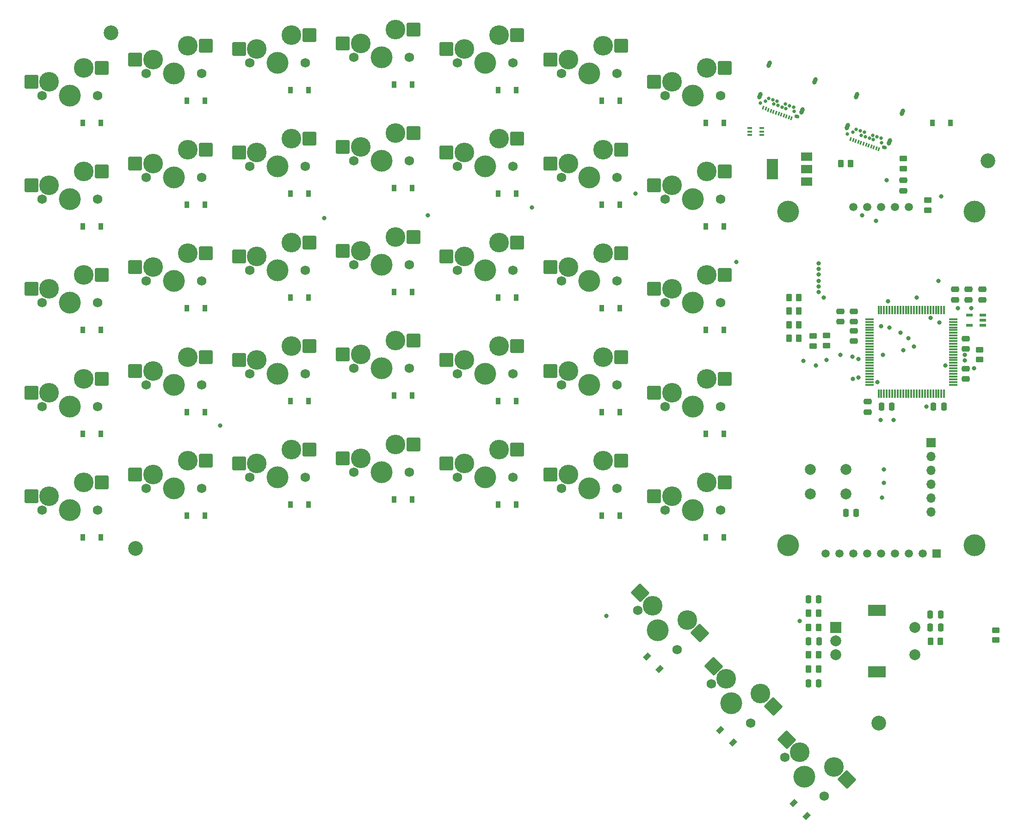
<source format=gbr>
%TF.GenerationSoftware,KiCad,Pcbnew,6.0.7-f9a2dced07~116~ubuntu20.04.1*%
%TF.CreationDate,2022-10-18T12:20:34-04:00*%
%TF.ProjectId,Splitboard-A,53706c69-7462-46f6-9172-642d412e6b69,rev?*%
%TF.SameCoordinates,Original*%
%TF.FileFunction,Soldermask,Bot*%
%TF.FilePolarity,Negative*%
%FSLAX46Y46*%
G04 Gerber Fmt 4.6, Leading zero omitted, Abs format (unit mm)*
G04 Created by KiCad (PCBNEW 6.0.7-f9a2dced07~116~ubuntu20.04.1) date 2022-10-18 12:20:34*
%MOMM*%
%LPD*%
G01*
G04 APERTURE LIST*
G04 Aperture macros list*
%AMRoundRect*
0 Rectangle with rounded corners*
0 $1 Rounding radius*
0 $2 $3 $4 $5 $6 $7 $8 $9 X,Y pos of 4 corners*
0 Add a 4 corners polygon primitive as box body*
4,1,4,$2,$3,$4,$5,$6,$7,$8,$9,$2,$3,0*
0 Add four circle primitives for the rounded corners*
1,1,$1+$1,$2,$3*
1,1,$1+$1,$4,$5*
1,1,$1+$1,$6,$7*
1,1,$1+$1,$8,$9*
0 Add four rect primitives between the rounded corners*
20,1,$1+$1,$2,$3,$4,$5,0*
20,1,$1+$1,$4,$5,$6,$7,0*
20,1,$1+$1,$6,$7,$8,$9,0*
20,1,$1+$1,$8,$9,$2,$3,0*%
%AMHorizOval*
0 Thick line with rounded ends*
0 $1 width*
0 $2 $3 position (X,Y) of the first rounded end (center of the circle)*
0 $4 $5 position (X,Y) of the second rounded end (center of the circle)*
0 Add line between two ends*
20,1,$1,$2,$3,$4,$5,0*
0 Add two circle primitives to create the rounded ends*
1,1,$1,$2,$3*
1,1,$1,$4,$5*%
%AMRotRect*
0 Rectangle, with rotation*
0 The origin of the aperture is its center*
0 $1 length*
0 $2 width*
0 $3 Rotation angle, in degrees counterclockwise*
0 Add horizontal line*
21,1,$1,$2,0,0,$3*%
G04 Aperture macros list end*
%ADD10C,0.650000*%
%ADD11HorizOval,0.650000X0.140954X-0.051303X-0.140954X0.051303X0*%
%ADD12RotRect,0.300000X0.700000X340.000000*%
%ADD13HorizOval,0.800000X-0.102606X-0.281908X0.102606X0.281908X0*%
%ADD14C,1.750000*%
%ADD15RoundRect,0.250000X-1.025000X-1.000000X1.025000X-1.000000X1.025000X1.000000X-1.025000X1.000000X0*%
%ADD16C,4.000000*%
%ADD17C,3.600000*%
%ADD18RoundRect,0.250000X-1.431891X0.017678X0.017678X-1.431891X1.431891X-0.017678X-0.017678X1.431891X0*%
%ADD19R,1.700000X1.700000*%
%ADD20O,1.700000X1.700000*%
%ADD21C,2.000000*%
%ADD22R,3.200000X2.000000*%
%ADD23R,2.000000X2.000000*%
%ADD24RoundRect,0.250000X-0.250000X-0.475000X0.250000X-0.475000X0.250000X0.475000X-0.250000X0.475000X0*%
%ADD25RoundRect,0.250000X-0.262500X-0.450000X0.262500X-0.450000X0.262500X0.450000X-0.262500X0.450000X0*%
%ADD26RoundRect,0.250000X0.262500X0.450000X-0.262500X0.450000X-0.262500X-0.450000X0.262500X-0.450000X0*%
%ADD27RoundRect,0.250000X-0.475000X0.250000X-0.475000X-0.250000X0.475000X-0.250000X0.475000X0.250000X0*%
%ADD28R,0.900000X1.200000*%
%ADD29RoundRect,0.250000X-0.450000X0.262500X-0.450000X-0.262500X0.450000X-0.262500X0.450000X0.262500X0*%
%ADD30C,2.700000*%
%ADD31RoundRect,0.250000X0.475000X-0.250000X0.475000X0.250000X-0.475000X0.250000X-0.475000X-0.250000X0*%
%ADD32R,1.500000X1.500000*%
%ADD33C,1.500000*%
%ADD34RoundRect,0.250000X0.450000X-0.262500X0.450000X0.262500X-0.450000X0.262500X-0.450000X-0.262500X0*%
%ADD35RotRect,0.900000X1.200000X315.000000*%
%ADD36R,2.000000X1.500000*%
%ADD37R,2.000000X3.800000*%
%ADD38R,1.300000X0.550000*%
%ADD39RoundRect,0.250000X0.250000X0.475000X-0.250000X0.475000X-0.250000X-0.475000X0.250000X-0.475000X0*%
%ADD40R,0.876300X0.355600*%
%ADD41RoundRect,0.075000X0.725000X0.075000X-0.725000X0.075000X-0.725000X-0.075000X0.725000X-0.075000X0*%
%ADD42RoundRect,0.075000X0.075000X0.725000X-0.075000X0.725000X-0.075000X-0.725000X0.075000X-0.725000X0*%
%ADD43C,0.800000*%
G04 APERTURE END LIST*
D10*
%TO.C,J1*%
X231325899Y-41365787D03*
D11*
X238091686Y-43828332D03*
D12*
X231898904Y-42276702D03*
X232368750Y-42447712D03*
X232838597Y-42618722D03*
X233308443Y-42789732D03*
X233778289Y-42960742D03*
X234248136Y-43131752D03*
X234717982Y-43302762D03*
X235187828Y-43473772D03*
X235657675Y-43644782D03*
X236127521Y-43815792D03*
X236597367Y-43986802D03*
X237067214Y-44157812D03*
D10*
X237562245Y-42943916D03*
X237425782Y-42149323D03*
X236674028Y-41875707D03*
X236058736Y-42396684D03*
X235922273Y-41602091D03*
X235306982Y-42123068D03*
X234555228Y-41849452D03*
X234418765Y-41054859D03*
X233803474Y-41575835D03*
X233667011Y-40781243D03*
X232915257Y-40507626D03*
X232299966Y-41028603D03*
D13*
X241390557Y-37366943D03*
X239017248Y-42834987D03*
X232952117Y-34295603D03*
X231255387Y-40009901D03*
%TD*%
D14*
%TO.C,K28*%
X224080000Y-97000000D03*
D15*
X224842000Y-91920000D03*
D16*
X219000000Y-97000000D03*
D15*
X211915000Y-94460000D03*
D14*
X213920000Y-97000000D03*
D17*
X215190000Y-94460000D03*
X221540000Y-91920000D03*
%TD*%
D16*
%TO.C,K11*%
X162000000Y-52000000D03*
D14*
X156920000Y-52000000D03*
D15*
X167842000Y-46920000D03*
D14*
X167080000Y-52000000D03*
D15*
X154915000Y-49460000D03*
D17*
X158190000Y-49460000D03*
X164540000Y-46920000D03*
%TD*%
D16*
%TO.C,K33*%
X181000000Y-110000000D03*
D15*
X186842000Y-104920000D03*
D14*
X175920000Y-110000000D03*
X186080000Y-110000000D03*
D15*
X173915000Y-107460000D03*
D17*
X177190000Y-107460000D03*
X183540000Y-104920000D03*
%TD*%
D14*
%TO.C,K20*%
X205080000Y-74000000D03*
D16*
X200000000Y-74000000D03*
D15*
X205842000Y-68920000D03*
X192915000Y-71460000D03*
D14*
X194920000Y-74000000D03*
D17*
X196190000Y-71460000D03*
X202540000Y-68920000D03*
%TD*%
D15*
%TO.C,K13*%
X205842000Y-49920000D03*
X192915000Y-52460000D03*
D14*
X194920000Y-55000000D03*
X205080000Y-55000000D03*
D16*
X200000000Y-55000000D03*
D17*
X196190000Y-52460000D03*
X202540000Y-49920000D03*
%TD*%
D15*
%TO.C,K7*%
X211915000Y-37460000D03*
X224842000Y-34920000D03*
D14*
X224080000Y-40000000D03*
D16*
X219000000Y-40000000D03*
D14*
X213920000Y-40000000D03*
D17*
X215190000Y-37460000D03*
X221540000Y-34920000D03*
%TD*%
D15*
%TO.C,K17*%
X148842000Y-66920000D03*
D16*
X143000000Y-72000000D03*
D14*
X148080000Y-72000000D03*
D15*
X135915000Y-69460000D03*
D14*
X137920000Y-72000000D03*
D17*
X139190000Y-69460000D03*
X145540000Y-66920000D03*
%TD*%
D15*
%TO.C,K16*%
X129842000Y-68920000D03*
D16*
X124000000Y-74000000D03*
D15*
X116915000Y-71460000D03*
D14*
X129080000Y-74000000D03*
X118920000Y-74000000D03*
D17*
X120190000Y-71460000D03*
X126540000Y-68920000D03*
%TD*%
%TO.C,K37*%
X231388154Y-149599214D03*
X225101974Y-146905137D03*
D18*
X222786200Y-144589362D03*
X233723020Y-151934080D03*
D14*
X222407898Y-147803163D03*
D16*
X226000000Y-151395265D03*
D14*
X229592102Y-154987367D03*
%TD*%
D15*
%TO.C,K2*%
X116915000Y-33460000D03*
D14*
X129080000Y-36000000D03*
X118920000Y-36000000D03*
D16*
X124000000Y-36000000D03*
D15*
X129842000Y-30920000D03*
D17*
X120190000Y-33460000D03*
X126540000Y-30920000D03*
%TD*%
D14*
%TO.C,K38*%
X243027131Y-168422396D03*
D18*
X247158049Y-165369109D03*
X236221229Y-158024391D03*
D16*
X239435029Y-164830294D03*
D14*
X235842927Y-161238192D03*
D17*
X238537003Y-160340166D03*
X244823183Y-163034243D03*
%TD*%
D16*
%TO.C,K5*%
X181000000Y-34000000D03*
D15*
X186842000Y-28920000D03*
D14*
X186080000Y-34000000D03*
D15*
X173915000Y-31460000D03*
D14*
X175920000Y-34000000D03*
D17*
X177190000Y-31460000D03*
X183540000Y-28920000D03*
%TD*%
D19*
%TO.C,J3*%
X262625000Y-103650000D03*
D20*
X262625000Y-106190000D03*
X262625000Y-108730000D03*
X262625000Y-111270000D03*
X262625000Y-113810000D03*
X262625000Y-116350000D03*
%TD*%
D15*
%TO.C,K9*%
X129842000Y-49920000D03*
D14*
X118920000Y-55000000D03*
X129080000Y-55000000D03*
D15*
X116915000Y-52460000D03*
D16*
X124000000Y-55000000D03*
D17*
X120190000Y-52460000D03*
X126540000Y-49920000D03*
%TD*%
D14*
%TO.C,K32*%
X156920000Y-109000000D03*
D15*
X154915000Y-106460000D03*
D16*
X162000000Y-109000000D03*
D14*
X167080000Y-109000000D03*
D15*
X167842000Y-103920000D03*
D17*
X158190000Y-106460000D03*
X164540000Y-103920000D03*
%TD*%
D14*
%TO.C,K1*%
X110080000Y-40000000D03*
D16*
X105000000Y-40000000D03*
D15*
X97915000Y-37460000D03*
X110842000Y-34920000D03*
D14*
X99920000Y-40000000D03*
D17*
X101190000Y-37460000D03*
X107540000Y-34920000D03*
%TD*%
D14*
%TO.C,K26*%
X175920000Y-91000000D03*
D15*
X186842000Y-85920000D03*
X173915000Y-88460000D03*
D16*
X181000000Y-91000000D03*
D14*
X186080000Y-91000000D03*
D17*
X177190000Y-88460000D03*
X183540000Y-85920000D03*
%TD*%
D21*
%TO.C,SW1*%
X259675000Y-137475000D03*
X259675000Y-142475000D03*
D22*
X252675000Y-134375000D03*
X252675000Y-145575000D03*
D21*
X245175000Y-139975000D03*
X245175000Y-142475000D03*
D23*
X245175000Y-137475000D03*
%TD*%
D15*
%TO.C,K4*%
X167842000Y-27920000D03*
X154915000Y-30460000D03*
D16*
X162000000Y-33000000D03*
D14*
X167080000Y-33000000D03*
X156920000Y-33000000D03*
D17*
X158190000Y-30460000D03*
X164540000Y-27920000D03*
%TD*%
D15*
%TO.C,K34*%
X192915000Y-109460000D03*
D14*
X194920000Y-112000000D03*
D16*
X200000000Y-112000000D03*
D15*
X205842000Y-106920000D03*
D14*
X205080000Y-112000000D03*
D17*
X196190000Y-109460000D03*
X202540000Y-106920000D03*
%TD*%
D15*
%TO.C,K30*%
X116915000Y-109460000D03*
X129842000Y-106920000D03*
D14*
X129080000Y-112000000D03*
D16*
X124000000Y-112000000D03*
D14*
X118920000Y-112000000D03*
D17*
X120190000Y-109460000D03*
X126540000Y-106920000D03*
%TD*%
D15*
%TO.C,K14*%
X224842000Y-53920000D03*
D14*
X213920000Y-59000000D03*
X224080000Y-59000000D03*
D15*
X211915000Y-56460000D03*
D16*
X219000000Y-59000000D03*
D17*
X215190000Y-56460000D03*
X221540000Y-53920000D03*
%TD*%
D15*
%TO.C,K12*%
X173915000Y-50460000D03*
X186842000Y-47920000D03*
D14*
X186080000Y-53000000D03*
X175920000Y-53000000D03*
D16*
X181000000Y-53000000D03*
D17*
X177190000Y-50460000D03*
X183540000Y-47920000D03*
%TD*%
D16*
%TO.C,K22*%
X105000000Y-97000000D03*
D14*
X110080000Y-97000000D03*
X99920000Y-97000000D03*
D15*
X110842000Y-91920000D03*
X97915000Y-94460000D03*
D17*
X101190000Y-94460000D03*
X107540000Y-91920000D03*
%TD*%
D14*
%TO.C,K6*%
X205080000Y-36000000D03*
D15*
X192915000Y-33460000D03*
D16*
X200000000Y-36000000D03*
D14*
X194920000Y-36000000D03*
D15*
X205842000Y-30920000D03*
D17*
X196190000Y-33460000D03*
X202540000Y-30920000D03*
%TD*%
D14*
%TO.C,K8*%
X110080000Y-59000000D03*
D15*
X97915000Y-56460000D03*
D16*
X105000000Y-59000000D03*
D14*
X99920000Y-59000000D03*
D15*
X110842000Y-53920000D03*
D17*
X101190000Y-56460000D03*
X107540000Y-53920000D03*
%TD*%
D14*
%TO.C,K18*%
X156920000Y-71000000D03*
D15*
X154915000Y-68460000D03*
D16*
X162000000Y-71000000D03*
D14*
X167080000Y-71000000D03*
D15*
X167842000Y-65920000D03*
D17*
X158190000Y-68460000D03*
X164540000Y-65920000D03*
%TD*%
D15*
%TO.C,K15*%
X110842000Y-72920000D03*
D14*
X110080000Y-78000000D03*
D15*
X97915000Y-75460000D03*
D14*
X99920000Y-78000000D03*
D16*
X105000000Y-78000000D03*
D17*
X101190000Y-75460000D03*
X107540000Y-72920000D03*
%TD*%
D16*
%TO.C,K21*%
X219000000Y-78000000D03*
D15*
X224842000Y-72920000D03*
X211915000Y-75460000D03*
D14*
X224080000Y-78000000D03*
X213920000Y-78000000D03*
D17*
X215190000Y-75460000D03*
X221540000Y-72920000D03*
%TD*%
D15*
%TO.C,K19*%
X173915000Y-69460000D03*
X186842000Y-66920000D03*
D14*
X175920000Y-72000000D03*
D16*
X181000000Y-72000000D03*
D14*
X186080000Y-72000000D03*
D17*
X177190000Y-69460000D03*
X183540000Y-66920000D03*
%TD*%
D16*
%TO.C,K25*%
X162000000Y-90000000D03*
D15*
X167842000Y-84920000D03*
X154915000Y-87460000D03*
D14*
X167080000Y-90000000D03*
X156920000Y-90000000D03*
D17*
X158190000Y-87460000D03*
X164540000Y-84920000D03*
%TD*%
D14*
%TO.C,K10*%
X137920000Y-53000000D03*
D15*
X135915000Y-50460000D03*
D14*
X148080000Y-53000000D03*
D16*
X143000000Y-53000000D03*
D15*
X148842000Y-47920000D03*
D17*
X139190000Y-50460000D03*
X145540000Y-47920000D03*
%TD*%
D14*
%TO.C,K31*%
X137920000Y-110000000D03*
X148080000Y-110000000D03*
D15*
X135915000Y-107460000D03*
D16*
X143000000Y-110000000D03*
D15*
X148842000Y-104920000D03*
D17*
X139190000Y-107460000D03*
X145540000Y-104920000D03*
%TD*%
D15*
%TO.C,K23*%
X116915000Y-90460000D03*
X129842000Y-87920000D03*
D14*
X129080000Y-93000000D03*
D16*
X124000000Y-93000000D03*
D14*
X118920000Y-93000000D03*
D17*
X120190000Y-90460000D03*
X126540000Y-87920000D03*
%TD*%
D14*
%TO.C,K29*%
X99920000Y-116000000D03*
D15*
X110842000Y-110920000D03*
X97915000Y-113460000D03*
D16*
X105000000Y-116000000D03*
D14*
X110080000Y-116000000D03*
D17*
X101190000Y-113460000D03*
X107540000Y-110920000D03*
%TD*%
D15*
%TO.C,K24*%
X148842000Y-85920000D03*
D14*
X148080000Y-91000000D03*
D15*
X135915000Y-88460000D03*
D16*
X143000000Y-91000000D03*
D14*
X137920000Y-91000000D03*
D17*
X139190000Y-88460000D03*
X145540000Y-85920000D03*
%TD*%
D18*
%TO.C,K36*%
X209351171Y-131154333D03*
D14*
X216157073Y-141552338D03*
D18*
X220287991Y-138499051D03*
D14*
X208972869Y-134368134D03*
D16*
X212564971Y-137960236D03*
D17*
X211666945Y-133470108D03*
X217953125Y-136164185D03*
%TD*%
D14*
%TO.C,K35*%
X213920000Y-116000000D03*
D15*
X211915000Y-113460000D03*
D14*
X224080000Y-116000000D03*
D16*
X219000000Y-116000000D03*
D15*
X224842000Y-110920000D03*
D17*
X215190000Y-113460000D03*
X221540000Y-110920000D03*
%TD*%
D15*
%TO.C,K27*%
X205842000Y-87920000D03*
D16*
X200000000Y-93000000D03*
D14*
X194920000Y-93000000D03*
D15*
X192915000Y-90460000D03*
D14*
X205080000Y-93000000D03*
D17*
X196190000Y-90460000D03*
X202540000Y-87920000D03*
%TD*%
D14*
%TO.C,K3*%
X148080000Y-34000000D03*
X137920000Y-34000000D03*
D15*
X148842000Y-28920000D03*
D16*
X143000000Y-34000000D03*
D15*
X135915000Y-31460000D03*
D17*
X139190000Y-31460000D03*
X145540000Y-28920000D03*
%TD*%
D24*
%TO.C,C5*%
X264350000Y-137500000D03*
X262450000Y-137500000D03*
%TD*%
D25*
%TO.C,R7*%
X236587500Y-82000000D03*
X238412500Y-82000000D03*
%TD*%
D26*
%TO.C,R14*%
X240187500Y-145100000D03*
X242012500Y-145100000D03*
%TD*%
D27*
%TO.C,C10*%
X248500000Y-79550000D03*
X248500000Y-81450000D03*
%TD*%
D24*
%TO.C,C8*%
X263050000Y-97000000D03*
X264950000Y-97000000D03*
%TD*%
D21*
%TO.C,SW2*%
X240500000Y-108500000D03*
X247000000Y-108500000D03*
X240500000Y-113000000D03*
X247000000Y-113000000D03*
%TD*%
D24*
%TO.C,C1*%
X253550000Y-97000000D03*
X255450000Y-97000000D03*
%TD*%
D28*
%TO.C,D22*%
X110650000Y-102000000D03*
X107350000Y-102000000D03*
%TD*%
D29*
%TO.C,R2*%
X257500000Y-51587500D03*
X257500000Y-53412500D03*
%TD*%
D30*
%TO.C,H1*%
X273000000Y-52000000D03*
%TD*%
D27*
%TO.C,C9*%
X246000000Y-79550000D03*
X246000000Y-81450000D03*
%TD*%
D28*
%TO.C,D19*%
X186650000Y-77000000D03*
X183350000Y-77000000D03*
%TD*%
D31*
%TO.C,C12*%
X269500000Y-77450000D03*
X269500000Y-75550000D03*
%TD*%
D16*
%TO.C,U2*%
X236450000Y-61257500D03*
X236450000Y-122457500D03*
X270550000Y-61257500D03*
X270550000Y-122457500D03*
D32*
X263660000Y-123957500D03*
D33*
X261120000Y-123957500D03*
X258580000Y-123957500D03*
X256040000Y-123957500D03*
X253500000Y-123957500D03*
X250960000Y-123957500D03*
X248420000Y-123957500D03*
X245880000Y-123957500D03*
X243340000Y-123957500D03*
X258580000Y-60437500D03*
X256040000Y-60437500D03*
X253500000Y-60437500D03*
X250960000Y-60437500D03*
X248420000Y-60437500D03*
%TD*%
D31*
%TO.C,C3*%
X257500000Y-57450000D03*
X257500000Y-55550000D03*
%TD*%
D28*
%TO.C,D9*%
X129650000Y-60000000D03*
X126350000Y-60000000D03*
%TD*%
%TO.C,D13*%
X205650000Y-60000000D03*
X202350000Y-60000000D03*
%TD*%
%TO.C,D10*%
X148650000Y-58000000D03*
X145350000Y-58000000D03*
%TD*%
%TO.C,D12*%
X186650000Y-58000000D03*
X183350000Y-58000000D03*
%TD*%
%TO.C,D16*%
X129650000Y-79000000D03*
X126350000Y-79000000D03*
%TD*%
%TO.C,D15*%
X110650000Y-83000000D03*
X107350000Y-83000000D03*
%TD*%
D34*
%TO.C,R4*%
X243500000Y-85825000D03*
X243500000Y-84000000D03*
%TD*%
D25*
%TO.C,R11*%
X242012500Y-137487500D03*
X240187500Y-137487500D03*
%TD*%
D35*
%TO.C,D37*%
X224025688Y-156248710D03*
X226359140Y-158582162D03*
%TD*%
D28*
%TO.C,D11*%
X167650000Y-57000000D03*
X164350000Y-57000000D03*
%TD*%
D29*
%TO.C,R15*%
X271500000Y-86587500D03*
X271500000Y-88412500D03*
%TD*%
D28*
%TO.C,D2*%
X129650000Y-41000000D03*
X126350000Y-41000000D03*
%TD*%
D31*
%TO.C,C13*%
X272000000Y-77450000D03*
X272000000Y-75550000D03*
%TD*%
D24*
%TO.C,C6*%
X264350000Y-135100000D03*
X262450000Y-135100000D03*
%TD*%
D25*
%TO.C,R9*%
X236587500Y-77000000D03*
X238412500Y-77000000D03*
%TD*%
D28*
%TO.C,D14*%
X224650000Y-64000000D03*
X221350000Y-64000000D03*
%TD*%
D24*
%TO.C,C4*%
X242100000Y-139987500D03*
X240200000Y-139987500D03*
%TD*%
D36*
%TO.C,U4*%
X239850000Y-55800000D03*
D37*
X233550000Y-53500000D03*
D36*
X239850000Y-53500000D03*
X239850000Y-51200000D03*
%TD*%
D28*
%TO.C,D17*%
X148650000Y-77000000D03*
X145350000Y-77000000D03*
%TD*%
D24*
%TO.C,C16*%
X242050000Y-132300000D03*
X240150000Y-132300000D03*
%TD*%
D28*
%TO.C,D23*%
X129650000Y-98000000D03*
X126350000Y-98000000D03*
%TD*%
%TO.C,D3*%
X148650000Y-39000000D03*
X145350000Y-39000000D03*
%TD*%
%TO.C,D34*%
X205650000Y-117000000D03*
X202350000Y-117000000D03*
%TD*%
D27*
%TO.C,C7*%
X251000000Y-96100000D03*
X251000000Y-98000000D03*
%TD*%
D38*
%TO.C,U1*%
X272123500Y-80248499D03*
X272123500Y-81198500D03*
X272123500Y-82148501D03*
X269623500Y-82148501D03*
X269623500Y-80248499D03*
%TD*%
D34*
%TO.C,FB1*%
X262000000Y-61000000D03*
X262000000Y-59175000D03*
%TD*%
D31*
%TO.C,C14*%
X269000000Y-86450000D03*
X269000000Y-84550000D03*
%TD*%
D27*
%TO.C,C15*%
X269000000Y-90050000D03*
X269000000Y-91950000D03*
%TD*%
D28*
%TO.C,D30*%
X129650000Y-117000000D03*
X126350000Y-117000000D03*
%TD*%
%TO.C,D25*%
X167650000Y-95000000D03*
X164350000Y-95000000D03*
%TD*%
D39*
%TO.C,C17*%
X240150000Y-147700000D03*
X242050000Y-147700000D03*
%TD*%
D35*
%TO.C,D36*%
X210590654Y-142813684D03*
X212924106Y-145147136D03*
%TD*%
D28*
%TO.C,D35*%
X224650000Y-121000000D03*
X221350000Y-121000000D03*
%TD*%
%TO.C,D31*%
X148650000Y-115000000D03*
X145350000Y-115000000D03*
%TD*%
D30*
%TO.C,H2*%
X112500000Y-28500000D03*
%TD*%
D28*
%TO.C,D21*%
X224650000Y-83000000D03*
X221350000Y-83000000D03*
%TD*%
D39*
%TO.C,C18*%
X248900000Y-116500000D03*
X247000000Y-116500000D03*
%TD*%
D40*
%TO.C,U5*%
X229388750Y-47249999D03*
X229388750Y-46600000D03*
X229388750Y-45950001D03*
X231611250Y-45950001D03*
X231611250Y-46600000D03*
X231611250Y-47249999D03*
%TD*%
D41*
%TO.C,U3*%
X266675000Y-81000000D03*
X266675000Y-81500000D03*
X266675000Y-82000000D03*
X266675000Y-82500000D03*
X266675000Y-83000000D03*
X266675000Y-83500000D03*
X266675000Y-84000000D03*
X266675000Y-84500000D03*
X266675000Y-85000000D03*
X266675000Y-85500000D03*
X266675000Y-86000000D03*
X266675000Y-86500000D03*
X266675000Y-87000000D03*
X266675000Y-87500000D03*
X266675000Y-88000000D03*
X266675000Y-88500000D03*
X266675000Y-89000000D03*
X266675000Y-89500000D03*
X266675000Y-90000000D03*
X266675000Y-90500000D03*
X266675000Y-91000000D03*
X266675000Y-91500000D03*
X266675000Y-92000000D03*
X266675000Y-92500000D03*
X266675000Y-93000000D03*
D42*
X265000000Y-94675000D03*
X264500000Y-94675000D03*
X264000000Y-94675000D03*
X263500000Y-94675000D03*
X263000000Y-94675000D03*
X262500000Y-94675000D03*
X262000000Y-94675000D03*
X261500000Y-94675000D03*
X261000000Y-94675000D03*
X260500000Y-94675000D03*
X260000000Y-94675000D03*
X259500000Y-94675000D03*
X259000000Y-94675000D03*
X258500000Y-94675000D03*
X258000000Y-94675000D03*
X257500000Y-94675000D03*
X257000000Y-94675000D03*
X256500000Y-94675000D03*
X256000000Y-94675000D03*
X255500000Y-94675000D03*
X255000000Y-94675000D03*
X254500000Y-94675000D03*
X254000000Y-94675000D03*
X253500000Y-94675000D03*
X253000000Y-94675000D03*
D41*
X251325000Y-93000000D03*
X251325000Y-92500000D03*
X251325000Y-92000000D03*
X251325000Y-91500000D03*
X251325000Y-91000000D03*
X251325000Y-90500000D03*
X251325000Y-90000000D03*
X251325000Y-89500000D03*
X251325000Y-89000000D03*
X251325000Y-88500000D03*
X251325000Y-88000000D03*
X251325000Y-87500000D03*
X251325000Y-87000000D03*
X251325000Y-86500000D03*
X251325000Y-86000000D03*
X251325000Y-85500000D03*
X251325000Y-85000000D03*
X251325000Y-84500000D03*
X251325000Y-84000000D03*
X251325000Y-83500000D03*
X251325000Y-83000000D03*
X251325000Y-82500000D03*
X251325000Y-82000000D03*
X251325000Y-81500000D03*
X251325000Y-81000000D03*
D42*
X253000000Y-79325000D03*
X253500000Y-79325000D03*
X254000000Y-79325000D03*
X254500000Y-79325000D03*
X255000000Y-79325000D03*
X255500000Y-79325000D03*
X256000000Y-79325000D03*
X256500000Y-79325000D03*
X257000000Y-79325000D03*
X257500000Y-79325000D03*
X258000000Y-79325000D03*
X258500000Y-79325000D03*
X259000000Y-79325000D03*
X259500000Y-79325000D03*
X260000000Y-79325000D03*
X260500000Y-79325000D03*
X261000000Y-79325000D03*
X261500000Y-79325000D03*
X262000000Y-79325000D03*
X262500000Y-79325000D03*
X263000000Y-79325000D03*
X263500000Y-79325000D03*
X264000000Y-79325000D03*
X264500000Y-79325000D03*
X265000000Y-79325000D03*
%TD*%
D35*
%TO.C,D38*%
X237460717Y-169683738D03*
X239794169Y-172017190D03*
%TD*%
D26*
%TO.C,R1*%
X247912500Y-52500000D03*
X246087500Y-52500000D03*
%TD*%
D28*
%TO.C,D5*%
X186650000Y-39000000D03*
X183350000Y-39000000D03*
%TD*%
D25*
%TO.C,R13*%
X242012500Y-142487500D03*
X240187500Y-142487500D03*
%TD*%
D28*
%TO.C,D18*%
X167650000Y-76000000D03*
X164350000Y-76000000D03*
%TD*%
D30*
%TO.C,H3*%
X253000000Y-155000000D03*
%TD*%
D25*
%TO.C,R8*%
X236587500Y-79500000D03*
X238412500Y-79500000D03*
%TD*%
D28*
%TO.C,D28*%
X224650000Y-102000000D03*
X221350000Y-102000000D03*
%TD*%
%TO.C,D32*%
X167650000Y-114000000D03*
X164350000Y-114000000D03*
%TD*%
D31*
%TO.C,C11*%
X267000000Y-77450000D03*
X267000000Y-75550000D03*
%TD*%
D25*
%TO.C,R10*%
X264312500Y-140000000D03*
X262487500Y-140000000D03*
%TD*%
D30*
%TO.C,H4*%
X117000000Y-123000000D03*
%TD*%
D28*
%TO.C,D27*%
X205650000Y-98000000D03*
X202350000Y-98000000D03*
%TD*%
%TO.C,D29*%
X110650000Y-121000000D03*
X107350000Y-121000000D03*
%TD*%
%TO.C,D7*%
X224650000Y-45000000D03*
X221350000Y-45000000D03*
%TD*%
%TO.C,D6*%
X205650000Y-41000000D03*
X202350000Y-41000000D03*
%TD*%
D25*
%TO.C,R6*%
X236587500Y-84500000D03*
X238412500Y-84500000D03*
%TD*%
%TO.C,R12*%
X242012500Y-134900000D03*
X240187500Y-134900000D03*
%TD*%
D28*
%TO.C,D1*%
X110650000Y-45000000D03*
X107350000Y-45000000D03*
%TD*%
D11*
%TO.C,J2*%
X254091686Y-49528332D03*
D10*
X247325899Y-47065787D03*
D12*
X247898904Y-47976702D03*
X248368750Y-48147712D03*
X248838597Y-48318722D03*
X249308443Y-48489732D03*
X249778289Y-48660742D03*
X250248136Y-48831752D03*
X250717982Y-49002762D03*
X251187828Y-49173772D03*
X251657675Y-49344782D03*
X252127521Y-49515792D03*
X252597367Y-49686802D03*
X253067214Y-49857812D03*
D10*
X253562245Y-48643916D03*
X253425782Y-47849323D03*
X252674028Y-47575707D03*
X252058736Y-48096684D03*
X251922273Y-47302091D03*
X251306982Y-47823068D03*
X250555228Y-47549452D03*
X250418765Y-46754859D03*
X249803474Y-47275835D03*
X249667011Y-46481243D03*
X248915257Y-46207626D03*
X248299966Y-46728603D03*
D13*
X247255387Y-45709901D03*
X257390557Y-43066943D03*
X255017248Y-48534987D03*
X248952117Y-39995603D03*
%TD*%
D28*
%TO.C,D8*%
X110650000Y-64000000D03*
X107350000Y-64000000D03*
%TD*%
%TO.C,D20*%
X205650000Y-79000000D03*
X202350000Y-79000000D03*
%TD*%
%TO.C,D26*%
X186650000Y-96000000D03*
X183350000Y-96000000D03*
%TD*%
D31*
%TO.C,C2*%
X248500000Y-85000000D03*
X248500000Y-83100000D03*
%TD*%
D29*
%TO.C,R3*%
X274500000Y-139812500D03*
X274500000Y-137987500D03*
%TD*%
D28*
%TO.C,D4*%
X167650000Y-38000000D03*
X164350000Y-38000000D03*
%TD*%
%TO.C,D24*%
X148650000Y-96000000D03*
X145350000Y-96000000D03*
%TD*%
%TO.C,D39*%
X266150000Y-45000000D03*
X262850000Y-45000000D03*
%TD*%
D34*
%TO.C,R5*%
X241000000Y-85912500D03*
X241000000Y-84087500D03*
%TD*%
D28*
%TO.C,D33*%
X186650000Y-115000000D03*
X183350000Y-115000000D03*
%TD*%
D43*
X252800000Y-92500000D03*
X253800000Y-87500000D03*
X253400000Y-99500000D03*
X248200000Y-87900000D03*
X248318975Y-91915800D03*
X249300000Y-91724500D03*
X249300000Y-88275500D03*
X238600000Y-136300000D03*
X255775500Y-99500000D03*
X261724500Y-97000000D03*
X243000000Y-77000000D03*
X203138485Y-135361515D03*
X242000000Y-76000000D03*
X132500000Y-100500000D03*
X242000000Y-74999503D03*
X151500000Y-62500000D03*
X242000000Y-74000000D03*
X170500000Y-62000000D03*
X239200000Y-88600000D03*
X241500000Y-89500000D03*
X254000000Y-108500000D03*
X264000000Y-74000000D03*
X254500000Y-55500000D03*
X242000000Y-72774506D03*
X189500000Y-60500000D03*
X208500000Y-58000000D03*
X242000000Y-71775003D03*
X227000000Y-70500000D03*
X242000000Y-70775500D03*
X243500000Y-88500000D03*
X246000000Y-87500497D03*
X268775500Y-88549003D03*
X253600000Y-113700000D03*
X270500000Y-90000000D03*
X264500000Y-58500000D03*
X264107641Y-81607642D03*
X267500000Y-79000000D03*
X262500000Y-80775500D03*
X254000000Y-111000000D03*
X253500000Y-82300500D03*
X254775500Y-77724500D03*
X260000000Y-77000000D03*
X268775500Y-87549500D03*
X270000000Y-79000000D03*
X258500000Y-84500000D03*
X252500000Y-63000000D03*
X257000000Y-83500000D03*
X255000000Y-82500000D03*
X250000000Y-62000000D03*
X257500000Y-86724500D03*
X259500000Y-86000000D03*
X265224500Y-89500000D03*
M02*

</source>
